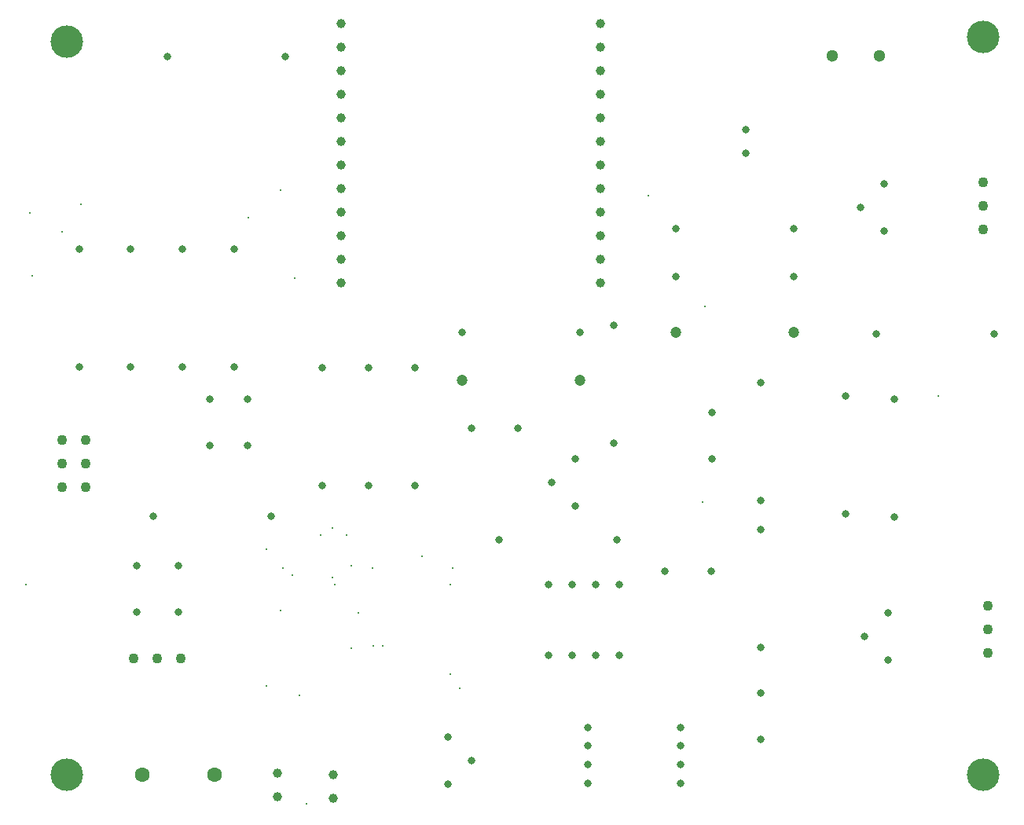
<source format=gbr>
%TF.GenerationSoftware,KiCad,Pcbnew,8.0.4*%
%TF.CreationDate,2024-11-25T19:06:26-08:00*%
%TF.ProjectId,Senior Design,53656e69-6f72-4204-9465-7369676e2e6b,rev?*%
%TF.SameCoordinates,Original*%
%TF.FileFunction,Plated,1,4,PTH,Drill*%
%TF.FilePolarity,Positive*%
%FSLAX46Y46*%
G04 Gerber Fmt 4.6, Leading zero omitted, Abs format (unit mm)*
G04 Created by KiCad (PCBNEW 8.0.4) date 2024-11-25 19:06:26*
%MOMM*%
%LPD*%
G01*
G04 APERTURE LIST*
%TA.AperFunction,ViaDrill*%
%ADD10C,0.300000*%
%TD*%
%TA.AperFunction,ComponentDrill*%
%ADD11C,0.800000*%
%TD*%
%TA.AperFunction,ComponentDrill*%
%ADD12C,1.000000*%
%TD*%
%TA.AperFunction,ComponentDrill*%
%ADD13C,1.100000*%
%TD*%
%TA.AperFunction,ComponentDrill*%
%ADD14C,1.200000*%
%TD*%
%TA.AperFunction,ComponentDrill*%
%ADD15C,1.300000*%
%TD*%
%TA.AperFunction,ComponentDrill*%
%ADD16C,1.600000*%
%TD*%
%TA.AperFunction,ComponentDrill*%
%ADD17C,3.500000*%
%TD*%
G04 APERTURE END LIST*
D10*
X51054000Y-113030000D03*
X51500000Y-73000000D03*
X51750000Y-79750000D03*
X55000000Y-75000000D03*
X57000000Y-72000000D03*
X75000000Y-73500000D03*
X76962000Y-109220000D03*
X76962000Y-123952000D03*
X78486000Y-115824000D03*
X78500000Y-70500000D03*
X78740000Y-111252000D03*
X79756000Y-112014000D03*
X80000000Y-80000000D03*
X80530000Y-124968000D03*
X81280000Y-136652000D03*
X82804000Y-107696000D03*
X84074000Y-106934000D03*
X84074000Y-112268000D03*
X84328000Y-113030000D03*
X85598000Y-107696000D03*
X86106000Y-110998000D03*
X86106000Y-119888000D03*
X86868000Y-116078000D03*
X88392000Y-111252000D03*
X88500000Y-119634000D03*
X89500000Y-119634000D03*
X93726000Y-109982000D03*
X96774000Y-113030000D03*
X96774000Y-122682000D03*
X97028000Y-111252000D03*
X97790000Y-124206000D03*
X118165000Y-71065000D03*
X124000000Y-104090000D03*
X124200000Y-83000000D03*
X149352000Y-92650000D03*
D11*
%TO.C,R1*%
X56800000Y-76850000D03*
X56800000Y-89550000D03*
%TO.C,R4*%
X62366666Y-76850000D03*
X62366666Y-89550000D03*
%TO.C,C1*%
X63000000Y-111000000D03*
X63000000Y-116000000D03*
%TO.C,R5*%
X64770000Y-105664000D03*
%TO.C,R6*%
X66294000Y-56134000D03*
%TO.C,C2*%
X67500000Y-111000000D03*
X67500000Y-116000000D03*
%TO.C,R3*%
X67933332Y-76850000D03*
X67933332Y-89550000D03*
%TO.C,C9*%
X70866000Y-93004000D03*
X70866000Y-98004000D03*
%TO.C,R2*%
X73500000Y-76850000D03*
X73500000Y-89550000D03*
%TO.C,C8*%
X74916000Y-93004000D03*
X74916000Y-98004000D03*
%TO.C,R5*%
X77470000Y-105664000D03*
%TO.C,R6*%
X78994000Y-56134000D03*
%TO.C,R7*%
X83000000Y-89650000D03*
X83000000Y-102350000D03*
%TO.C,R9*%
X88000000Y-89650000D03*
X88000000Y-102350000D03*
%TO.C,R13*%
X93000000Y-89650000D03*
X93000000Y-102350000D03*
%TO.C,RV1*%
X96515000Y-129460000D03*
X96515000Y-134540000D03*
%TO.C,R15*%
X98050000Y-85800000D03*
%TO.C,RV1*%
X99055000Y-132000000D03*
%TO.C,C4*%
X99100000Y-96200000D03*
%TO.C,R12*%
X102050000Y-108200000D03*
%TO.C,C4*%
X104100000Y-96200000D03*
%TO.C,U3*%
X107380000Y-113000000D03*
X107380000Y-120620000D03*
%TO.C,Q3*%
X107730000Y-102000000D03*
%TO.C,U3*%
X109920000Y-113000000D03*
X109920000Y-120620000D03*
%TO.C,Q3*%
X110270000Y-99460000D03*
X110270000Y-104540000D03*
%TO.C,R15*%
X110750000Y-85800000D03*
%TO.C,J5*%
X111600000Y-128400000D03*
X111600000Y-130400000D03*
X111600000Y-132400000D03*
X111600000Y-134400000D03*
%TO.C,U3*%
X112460000Y-113000000D03*
X112460000Y-120620000D03*
%TO.C,R19*%
X114400000Y-85050000D03*
X114400000Y-97750000D03*
%TO.C,R12*%
X114750000Y-108200000D03*
%TO.C,U3*%
X115000000Y-113000000D03*
X115000000Y-120620000D03*
%TO.C,C3*%
X119900000Y-111600000D03*
%TO.C,R18*%
X121050000Y-74650000D03*
%TO.C,R8*%
X121050000Y-79800000D03*
%TO.C,J6*%
X121600000Y-128400000D03*
X121600000Y-130400000D03*
X121600000Y-132400000D03*
X121600000Y-134400000D03*
%TO.C,C3*%
X124900000Y-111600000D03*
%TO.C,C10*%
X125000000Y-94500000D03*
X125000000Y-99500000D03*
%TO.C,C6*%
X128600000Y-64000000D03*
X128600000Y-66500000D03*
%TO.C,R10*%
X130200000Y-91250000D03*
X130200000Y-103950000D03*
%TO.C,R11*%
X130200000Y-107050000D03*
X130200000Y-119750000D03*
%TO.C,C5*%
X130200000Y-124700000D03*
X130200000Y-129700000D03*
%TO.C,R18*%
X133750000Y-74650000D03*
%TO.C,R8*%
X133750000Y-79800000D03*
%TO.C,R14*%
X139400000Y-92650000D03*
X139400000Y-105350000D03*
%TO.C,Q4*%
X140990000Y-72375000D03*
%TO.C,Q5*%
X141410000Y-118600000D03*
%TO.C,R17*%
X142650000Y-86000000D03*
%TO.C,Q4*%
X143530000Y-69835000D03*
X143530000Y-74915000D03*
%TO.C,Q5*%
X143950000Y-116060000D03*
X143950000Y-121140000D03*
%TO.C,R16*%
X144600000Y-93000000D03*
X144600000Y-105700000D03*
%TO.C,R17*%
X155350000Y-86000000D03*
D12*
%TO.C,J3*%
X78200000Y-133325000D03*
X78200000Y-135865000D03*
%TO.C,J7*%
X84200000Y-133525000D03*
X84200000Y-136065000D03*
%TO.C,J8*%
X85000000Y-52600000D03*
X85000000Y-55140000D03*
X85000000Y-57680000D03*
X85000000Y-60220000D03*
X85000000Y-62760000D03*
X85000000Y-65300000D03*
X85000000Y-67840000D03*
X85000000Y-70380000D03*
X85000000Y-72920000D03*
X85000000Y-75460000D03*
X85000000Y-78000000D03*
X85000000Y-80540000D03*
%TO.C,J9*%
X113000000Y-52600000D03*
X113000000Y-55140000D03*
X113000000Y-57680000D03*
X113000000Y-60220000D03*
X113000000Y-62760000D03*
X113000000Y-65300000D03*
X113000000Y-67840000D03*
X113000000Y-70380000D03*
X113000000Y-72920000D03*
X113000000Y-75460000D03*
X113000000Y-78000000D03*
X113000000Y-80540000D03*
D13*
%TO.C,J4*%
X55000000Y-97420000D03*
X55000000Y-99960000D03*
X55000000Y-102500000D03*
X57540000Y-97420000D03*
X57540000Y-99960000D03*
X57540000Y-102500000D03*
%TO.C,U1*%
X62660000Y-121000000D03*
X65200000Y-121000000D03*
X67740000Y-121000000D03*
%TO.C,Q7*%
X154178000Y-69695000D03*
X154178000Y-72235000D03*
X154178000Y-74775000D03*
%TO.C,Q6*%
X154686000Y-115270000D03*
X154686000Y-117810000D03*
X154686000Y-120350000D03*
D14*
%TO.C,D2*%
X98050000Y-91000000D03*
X110750000Y-91000000D03*
%TO.C,D1*%
X121050000Y-85800000D03*
X133750000Y-85800000D03*
D15*
%TO.C,J10*%
X137920000Y-56000000D03*
X143000000Y-56000000D03*
D16*
%TO.C,J2*%
X63600000Y-133500000D03*
%TO.C,J1*%
X71400000Y-133500000D03*
D17*
%TO.C,H1*%
X55500000Y-54500000D03*
%TO.C,H4*%
X55500000Y-133500000D03*
%TO.C,H3*%
X154200000Y-54000000D03*
%TO.C,H2*%
X154200000Y-133500000D03*
M02*

</source>
